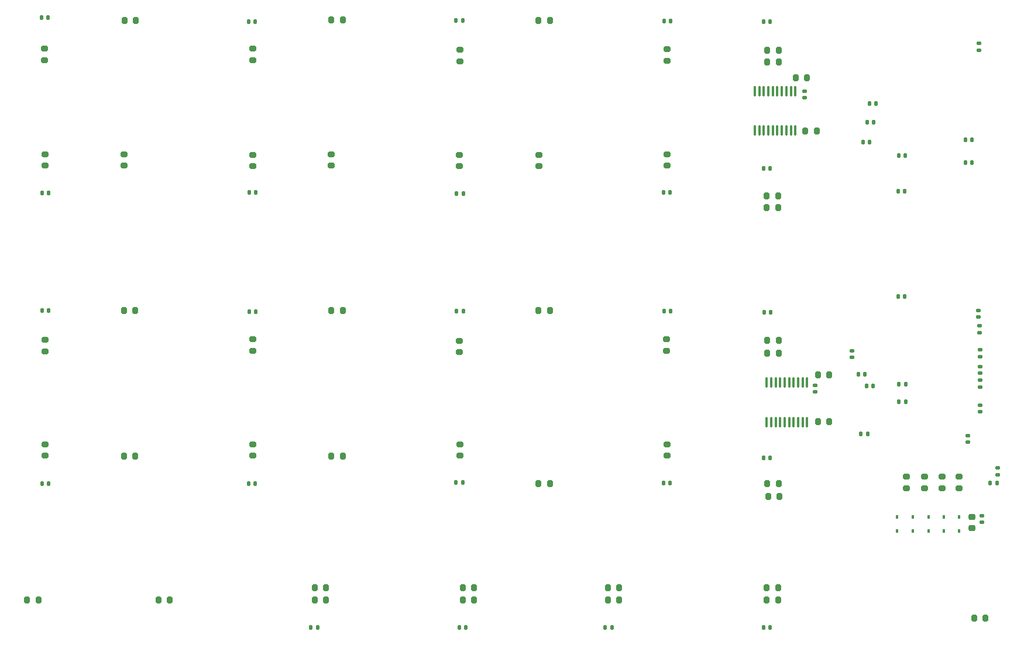
<source format=gbp>
%TF.GenerationSoftware,KiCad,Pcbnew,6.0.4-6f826c9f35~116~ubuntu20.04.1*%
%TF.CreationDate,2022-04-28T23:04:08-06:00*%
%TF.ProjectId,interface-brain,696e7465-7266-4616-9365-2d627261696e,rev?*%
%TF.SameCoordinates,Original*%
%TF.FileFunction,Paste,Bot*%
%TF.FilePolarity,Positive*%
%FSLAX46Y46*%
G04 Gerber Fmt 4.6, Leading zero omitted, Abs format (unit mm)*
G04 Created by KiCad (PCBNEW 6.0.4-6f826c9f35~116~ubuntu20.04.1) date 2022-04-28 23:04:08*
%MOMM*%
%LPD*%
G01*
G04 APERTURE LIST*
G04 Aperture macros list*
%AMRoundRect*
0 Rectangle with rounded corners*
0 $1 Rounding radius*
0 $2 $3 $4 $5 $6 $7 $8 $9 X,Y pos of 4 corners*
0 Add a 4 corners polygon primitive as box body*
4,1,4,$2,$3,$4,$5,$6,$7,$8,$9,$2,$3,0*
0 Add four circle primitives for the rounded corners*
1,1,$1+$1,$2,$3*
1,1,$1+$1,$4,$5*
1,1,$1+$1,$6,$7*
1,1,$1+$1,$8,$9*
0 Add four rect primitives between the rounded corners*
20,1,$1+$1,$2,$3,$4,$5,0*
20,1,$1+$1,$4,$5,$6,$7,0*
20,1,$1+$1,$6,$7,$8,$9,0*
20,1,$1+$1,$8,$9,$2,$3,0*%
G04 Aperture macros list end*
%ADD10RoundRect,0.140000X0.140000X0.170000X-0.140000X0.170000X-0.140000X-0.170000X0.140000X-0.170000X0*%
%ADD11RoundRect,0.200000X0.275000X-0.200000X0.275000X0.200000X-0.275000X0.200000X-0.275000X-0.200000X0*%
%ADD12R,0.450000X0.600000*%
%ADD13RoundRect,0.200000X-0.275000X0.200000X-0.275000X-0.200000X0.275000X-0.200000X0.275000X0.200000X0*%
%ADD14RoundRect,0.140000X-0.140000X-0.170000X0.140000X-0.170000X0.140000X0.170000X-0.140000X0.170000X0*%
%ADD15RoundRect,0.200000X-0.200000X-0.275000X0.200000X-0.275000X0.200000X0.275000X-0.200000X0.275000X0*%
%ADD16RoundRect,0.100000X0.100000X-0.637500X0.100000X0.637500X-0.100000X0.637500X-0.100000X-0.637500X0*%
%ADD17RoundRect,0.140000X-0.170000X0.140000X-0.170000X-0.140000X0.170000X-0.140000X0.170000X0.140000X0*%
%ADD18RoundRect,0.140000X0.170000X-0.140000X0.170000X0.140000X-0.170000X0.140000X-0.170000X-0.140000X0*%
%ADD19RoundRect,0.225000X-0.250000X0.225000X-0.250000X-0.225000X0.250000X-0.225000X0.250000X0.225000X0*%
G04 APERTURE END LIST*
D10*
%TO.C,C24*%
X147780000Y-44900000D03*
X146820000Y-44900000D03*
%TD*%
D11*
%TO.C,R18*%
X87600000Y-38825000D03*
X87600000Y-37175000D03*
%TD*%
%TO.C,R8*%
X159800000Y-100625000D03*
X159800000Y-98975000D03*
%TD*%
D12*
%TO.C,D1*%
X150800000Y-106850000D03*
X150800000Y-104750000D03*
%TD*%
D11*
%TO.C,R5*%
X152200000Y-100625000D03*
X152200000Y-98975000D03*
%TD*%
%TO.C,R9*%
X57600000Y-38625000D03*
X57600000Y-36975000D03*
%TD*%
D13*
%TO.C,R20*%
X87500000Y-52375000D03*
X87500000Y-54025000D03*
%TD*%
D10*
%TO.C,C21*%
X117980000Y-99900000D03*
X117020000Y-99900000D03*
%TD*%
D13*
%TO.C,R23*%
X27600000Y-94275000D03*
X27600000Y-95925000D03*
%TD*%
D14*
%TO.C,C50*%
X108620000Y-120800000D03*
X109580000Y-120800000D03*
%TD*%
%TO.C,C33*%
X131520000Y-54300000D03*
X132480000Y-54300000D03*
%TD*%
D10*
%TO.C,C3*%
X28080000Y-74900000D03*
X27120000Y-74900000D03*
%TD*%
D15*
%TO.C,R25*%
X161975000Y-119400000D03*
X163625000Y-119400000D03*
%TD*%
%TO.C,R31*%
X131975000Y-58300000D03*
X133625000Y-58300000D03*
%TD*%
D11*
%TO.C,R6*%
X154800000Y-100625000D03*
X154800000Y-98975000D03*
%TD*%
D10*
%TO.C,C29*%
X161680000Y-53500000D03*
X160720000Y-53500000D03*
%TD*%
D16*
%TO.C,U2*%
X137825000Y-91062500D03*
X137175000Y-91062500D03*
X136525000Y-91062500D03*
X135875000Y-91062500D03*
X135225000Y-91062500D03*
X134575000Y-91062500D03*
X133925000Y-91062500D03*
X133275000Y-91062500D03*
X132625000Y-91062500D03*
X131975000Y-91062500D03*
X131975000Y-85337500D03*
X132625000Y-85337500D03*
X133275000Y-85337500D03*
X133925000Y-85337500D03*
X134575000Y-85337500D03*
X135225000Y-85337500D03*
X135875000Y-85337500D03*
X136525000Y-85337500D03*
X137175000Y-85337500D03*
X137825000Y-85337500D03*
%TD*%
D15*
%TO.C,R3*%
X136175000Y-41200000D03*
X137825000Y-41200000D03*
%TD*%
D10*
%TO.C,C18*%
X118080000Y-33000000D03*
X117120000Y-33000000D03*
%TD*%
D15*
%TO.C,R35*%
X131975000Y-60000000D03*
X133625000Y-60000000D03*
%TD*%
D10*
%TO.C,C23*%
X151980000Y-72900000D03*
X151020000Y-72900000D03*
%TD*%
%TO.C,C10*%
X57120000Y-75100000D03*
X58080000Y-75100000D03*
%TD*%
%TO.C,C15*%
X88080000Y-58000000D03*
X87120000Y-58000000D03*
%TD*%
D11*
%TO.C,R7*%
X157400000Y-100625000D03*
X157400000Y-98975000D03*
%TD*%
D15*
%TO.C,R52*%
X108975000Y-115000000D03*
X110625000Y-115000000D03*
%TD*%
D17*
%TO.C,C12*%
X137500000Y-43120000D03*
X137500000Y-44080000D03*
%TD*%
D14*
%TO.C,C53*%
X164340000Y-99900000D03*
X165300000Y-99900000D03*
%TD*%
D10*
%TO.C,C19*%
X117980000Y-57800000D03*
X117020000Y-57800000D03*
%TD*%
D15*
%TO.C,R29*%
X38975000Y-96000000D03*
X40625000Y-96000000D03*
%TD*%
D11*
%TO.C,R21*%
X27600000Y-80825000D03*
X27600000Y-79175000D03*
%TD*%
D14*
%TO.C,C49*%
X87520000Y-120800000D03*
X88480000Y-120800000D03*
%TD*%
D15*
%TO.C,R28*%
X38975000Y-74900000D03*
X40625000Y-74900000D03*
%TD*%
D17*
%TO.C,C13*%
X139000000Y-85700000D03*
X139000000Y-86660000D03*
%TD*%
D15*
%TO.C,R51*%
X87975000Y-115000000D03*
X89625000Y-115000000D03*
%TD*%
%TO.C,R2*%
X139400000Y-91000000D03*
X141050000Y-91000000D03*
%TD*%
D14*
%TO.C,C27*%
X151120000Y-88100000D03*
X152080000Y-88100000D03*
%TD*%
D17*
%TO.C,C46*%
X161100000Y-93020000D03*
X161100000Y-93980000D03*
%TD*%
%TO.C,C42*%
X162900000Y-80600000D03*
X162900000Y-81560000D03*
%TD*%
D18*
%TO.C,C30*%
X162800000Y-78100000D03*
X162800000Y-77140000D03*
%TD*%
D10*
%TO.C,C38*%
X147380000Y-85800000D03*
X146420000Y-85800000D03*
%TD*%
D12*
%TO.C,D5*%
X157600000Y-106850000D03*
X157600000Y-104750000D03*
%TD*%
D14*
%TO.C,C34*%
X131620000Y-75200000D03*
X132580000Y-75200000D03*
%TD*%
D12*
%TO.C,D3*%
X155400000Y-106850000D03*
X155400000Y-104750000D03*
%TD*%
D13*
%TO.C,R19*%
X27600000Y-52275000D03*
X27600000Y-53925000D03*
%TD*%
D15*
%TO.C,R48*%
X98975000Y-74900000D03*
X100625000Y-74900000D03*
%TD*%
D10*
%TO.C,C2*%
X28080000Y-57900000D03*
X27120000Y-57900000D03*
%TD*%
D15*
%TO.C,R36*%
X132075000Y-81100000D03*
X133725000Y-81100000D03*
%TD*%
D10*
%TO.C,C14*%
X87980000Y-32900000D03*
X87020000Y-32900000D03*
%TD*%
D12*
%TO.C,D4*%
X159800000Y-106850000D03*
X159800000Y-104750000D03*
%TD*%
D19*
%TO.C,C6*%
X161700000Y-104825000D03*
X161700000Y-106375000D03*
%TD*%
D10*
%TO.C,C17*%
X87980000Y-99800000D03*
X87020000Y-99800000D03*
%TD*%
D14*
%TO.C,C35*%
X131540000Y-96200000D03*
X132500000Y-96200000D03*
%TD*%
D18*
%TO.C,C31*%
X162600000Y-75860000D03*
X162600000Y-74900000D03*
%TD*%
D11*
%TO.C,R17*%
X27500000Y-38625000D03*
X27500000Y-36975000D03*
%TD*%
D13*
%TO.C,R11*%
X57600000Y-52375000D03*
X57600000Y-54025000D03*
%TD*%
D16*
%TO.C,U1*%
X136125000Y-48862500D03*
X135475000Y-48862500D03*
X134825000Y-48862500D03*
X134175000Y-48862500D03*
X133525000Y-48862500D03*
X132875000Y-48862500D03*
X132225000Y-48862500D03*
X131575000Y-48862500D03*
X130925000Y-48862500D03*
X130275000Y-48862500D03*
X130275000Y-43137500D03*
X130925000Y-43137500D03*
X131575000Y-43137500D03*
X132225000Y-43137500D03*
X132875000Y-43137500D03*
X133525000Y-43137500D03*
X134175000Y-43137500D03*
X134825000Y-43137500D03*
X135475000Y-43137500D03*
X136125000Y-43137500D03*
%TD*%
D15*
%TO.C,R37*%
X132175000Y-101800000D03*
X133825000Y-101800000D03*
%TD*%
D10*
%TO.C,C9*%
X58080000Y-57800000D03*
X57120000Y-57800000D03*
%TD*%
D11*
%TO.C,R47*%
X99000000Y-54025000D03*
X99000000Y-52375000D03*
%TD*%
D15*
%TO.C,R32*%
X132075000Y-79200000D03*
X133725000Y-79200000D03*
%TD*%
D10*
%TO.C,C43*%
X146180000Y-84100000D03*
X145220000Y-84100000D03*
%TD*%
%TO.C,C39*%
X146580000Y-92800000D03*
X145620000Y-92800000D03*
%TD*%
%TO.C,C41*%
X161680000Y-50200000D03*
X160720000Y-50200000D03*
%TD*%
D11*
%TO.C,R14*%
X117500000Y-80725000D03*
X117500000Y-79075000D03*
%TD*%
D15*
%TO.C,R50*%
X66575000Y-115000000D03*
X68225000Y-115000000D03*
%TD*%
D14*
%TO.C,C51*%
X131520000Y-120800000D03*
X132480000Y-120800000D03*
%TD*%
D10*
%TO.C,C8*%
X57980000Y-33100000D03*
X57020000Y-33100000D03*
%TD*%
D17*
%TO.C,C28*%
X162900000Y-83000000D03*
X162900000Y-83960000D03*
%TD*%
D15*
%TO.C,R49*%
X98975000Y-100000000D03*
X100625000Y-100000000D03*
%TD*%
D10*
%TO.C,C16*%
X88080000Y-75000000D03*
X87120000Y-75000000D03*
%TD*%
%TO.C,C4*%
X28080000Y-100000000D03*
X27120000Y-100000000D03*
%TD*%
D15*
%TO.C,R53*%
X131975000Y-115000000D03*
X133625000Y-115000000D03*
%TD*%
%TO.C,R41*%
X68975000Y-96000000D03*
X70625000Y-96000000D03*
%TD*%
D10*
%TO.C,C1*%
X27980000Y-32500000D03*
X27020000Y-32500000D03*
%TD*%
D15*
%TO.C,R34*%
X132075000Y-38900000D03*
X133725000Y-38900000D03*
%TD*%
%TO.C,R42*%
X66575000Y-116800000D03*
X68225000Y-116800000D03*
%TD*%
%TO.C,R30*%
X132050000Y-37200000D03*
X133700000Y-37200000D03*
%TD*%
D10*
%TO.C,C25*%
X146520000Y-47600000D03*
X147480000Y-47600000D03*
%TD*%
D14*
%TO.C,C36*%
X151100000Y-52500000D03*
X152060000Y-52500000D03*
%TD*%
D10*
%TO.C,C37*%
X145920000Y-50500000D03*
X146880000Y-50500000D03*
%TD*%
D15*
%TO.C,R44*%
X108975000Y-116800000D03*
X110625000Y-116800000D03*
%TD*%
D18*
%TO.C,C52*%
X162900000Y-85980000D03*
X162900000Y-85020000D03*
%TD*%
D15*
%TO.C,R55*%
X43975000Y-116800000D03*
X45625000Y-116800000D03*
%TD*%
D17*
%TO.C,C44*%
X165400000Y-97720000D03*
X165400000Y-98680000D03*
%TD*%
D15*
%TO.C,R26*%
X39075000Y-32900000D03*
X40725000Y-32900000D03*
%TD*%
D11*
%TO.C,R27*%
X39000000Y-53925000D03*
X39000000Y-52275000D03*
%TD*%
D14*
%TO.C,C26*%
X151120000Y-85600000D03*
X152080000Y-85600000D03*
%TD*%
D15*
%TO.C,R38*%
X68975000Y-32800000D03*
X70625000Y-32800000D03*
%TD*%
D10*
%TO.C,C11*%
X57980000Y-100000000D03*
X57020000Y-100000000D03*
%TD*%
D18*
%TO.C,C40*%
X144300000Y-81680000D03*
X144300000Y-80720000D03*
%TD*%
D13*
%TO.C,R24*%
X87600000Y-94275000D03*
X87600000Y-95925000D03*
%TD*%
D15*
%TO.C,R40*%
X68975000Y-74900000D03*
X70625000Y-74900000D03*
%TD*%
%TO.C,R46*%
X98975000Y-32900000D03*
X100625000Y-32900000D03*
%TD*%
D10*
%TO.C,C20*%
X118080000Y-75000000D03*
X117120000Y-75000000D03*
%TD*%
D15*
%TO.C,R1*%
X137575000Y-48900000D03*
X139225000Y-48900000D03*
%TD*%
%TO.C,R4*%
X139375000Y-84200000D03*
X141025000Y-84200000D03*
%TD*%
D13*
%TO.C,R12*%
X117600000Y-52275000D03*
X117600000Y-53925000D03*
%TD*%
D18*
%TO.C,C47*%
X162900000Y-89580000D03*
X162900000Y-88620000D03*
%TD*%
D15*
%TO.C,R45*%
X131975000Y-116800000D03*
X133625000Y-116800000D03*
%TD*%
D11*
%TO.C,R39*%
X69000000Y-53925000D03*
X69000000Y-52275000D03*
%TD*%
D13*
%TO.C,R16*%
X117600000Y-94275000D03*
X117600000Y-95925000D03*
%TD*%
D11*
%TO.C,R13*%
X57600000Y-80725000D03*
X57600000Y-79075000D03*
%TD*%
D17*
%TO.C,C5*%
X163100000Y-104620000D03*
X163100000Y-105580000D03*
%TD*%
D15*
%TO.C,R54*%
X24975000Y-116800000D03*
X26625000Y-116800000D03*
%TD*%
%TO.C,R33*%
X132075000Y-100000000D03*
X133725000Y-100000000D03*
%TD*%
%TO.C,R43*%
X87975000Y-116800000D03*
X89625000Y-116800000D03*
%TD*%
D14*
%TO.C,C48*%
X66020000Y-120800000D03*
X66980000Y-120800000D03*
%TD*%
D13*
%TO.C,R15*%
X57600000Y-94275000D03*
X57600000Y-95925000D03*
%TD*%
D14*
%TO.C,C32*%
X131540000Y-33100000D03*
X132500000Y-33100000D03*
%TD*%
D18*
%TO.C,C22*%
X162700000Y-37200000D03*
X162700000Y-36240000D03*
%TD*%
D11*
%TO.C,R10*%
X117600000Y-38725000D03*
X117600000Y-37075000D03*
%TD*%
%TO.C,R22*%
X87500000Y-80925000D03*
X87500000Y-79275000D03*
%TD*%
D12*
%TO.C,D2*%
X153100000Y-104750000D03*
X153100000Y-106850000D03*
%TD*%
D14*
%TO.C,C45*%
X151020000Y-57600000D03*
X151980000Y-57600000D03*
%TD*%
M02*

</source>
